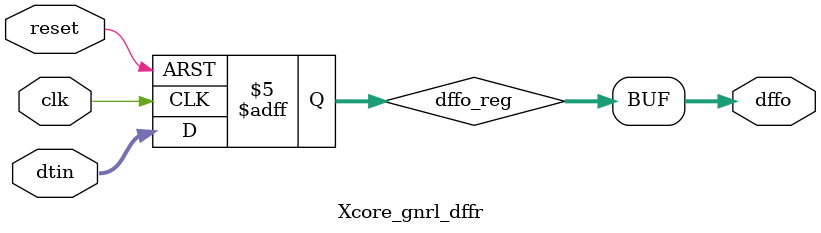
<source format=v>
`timescale 1ns/1ps

module Xcore_gnrl_dffr #(
 parameter DW = 8
)(
input clk,
input reset,
input [DW-1:0] dtin,
output [DW-1:0] dffo
);

reg [DW-1:0] dffo_reg = {DW{1'b0}};
always@(posedge clk or negedge reset) begin
 if(!reset==1'b1)
	 dffo_reg <= {DW {1'b0}};
 else
	 dffo_reg <= #1 dtin;
end

assign dffo = dffo_reg;

endmodule

</source>
